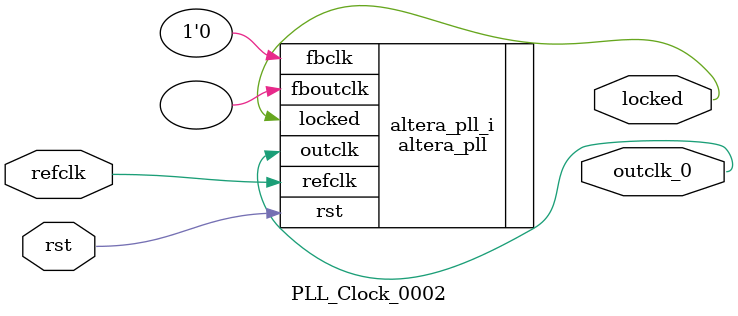
<source format=v>
`timescale 1ns/10ps
module  PLL_Clock_0002(

	// interface 'refclk'
	input wire refclk,

	// interface 'reset'
	input wire rst,

	// interface 'outclk0'
	output wire outclk_0,

	// interface 'locked'
	output wire locked
);

	altera_pll #(
		.fractional_vco_multiplier("false"),
		.reference_clock_frequency("5.0 MHz"),
		.operation_mode("direct"),
		.number_of_clocks(1),
		.output_clock_frequency0("40.000000 MHz"),
		.phase_shift0("0 ps"),
		.duty_cycle0(50),
		.output_clock_frequency1("0 MHz"),
		.phase_shift1("0 ps"),
		.duty_cycle1(50),
		.output_clock_frequency2("0 MHz"),
		.phase_shift2("0 ps"),
		.duty_cycle2(50),
		.output_clock_frequency3("0 MHz"),
		.phase_shift3("0 ps"),
		.duty_cycle3(50),
		.output_clock_frequency4("0 MHz"),
		.phase_shift4("0 ps"),
		.duty_cycle4(50),
		.output_clock_frequency5("0 MHz"),
		.phase_shift5("0 ps"),
		.duty_cycle5(50),
		.output_clock_frequency6("0 MHz"),
		.phase_shift6("0 ps"),
		.duty_cycle6(50),
		.output_clock_frequency7("0 MHz"),
		.phase_shift7("0 ps"),
		.duty_cycle7(50),
		.output_clock_frequency8("0 MHz"),
		.phase_shift8("0 ps"),
		.duty_cycle8(50),
		.output_clock_frequency9("0 MHz"),
		.phase_shift9("0 ps"),
		.duty_cycle9(50),
		.output_clock_frequency10("0 MHz"),
		.phase_shift10("0 ps"),
		.duty_cycle10(50),
		.output_clock_frequency11("0 MHz"),
		.phase_shift11("0 ps"),
		.duty_cycle11(50),
		.output_clock_frequency12("0 MHz"),
		.phase_shift12("0 ps"),
		.duty_cycle12(50),
		.output_clock_frequency13("0 MHz"),
		.phase_shift13("0 ps"),
		.duty_cycle13(50),
		.output_clock_frequency14("0 MHz"),
		.phase_shift14("0 ps"),
		.duty_cycle14(50),
		.output_clock_frequency15("0 MHz"),
		.phase_shift15("0 ps"),
		.duty_cycle15(50),
		.output_clock_frequency16("0 MHz"),
		.phase_shift16("0 ps"),
		.duty_cycle16(50),
		.output_clock_frequency17("0 MHz"),
		.phase_shift17("0 ps"),
		.duty_cycle17(50),
		.pll_type("General"),
		.pll_subtype("General")
	) altera_pll_i (
		.rst	(rst),
		.outclk	({outclk_0}),
		.locked	(locked),
		.fboutclk	( ),
		.fbclk	(1'b0),
		.refclk	(refclk)
	);
endmodule


</source>
